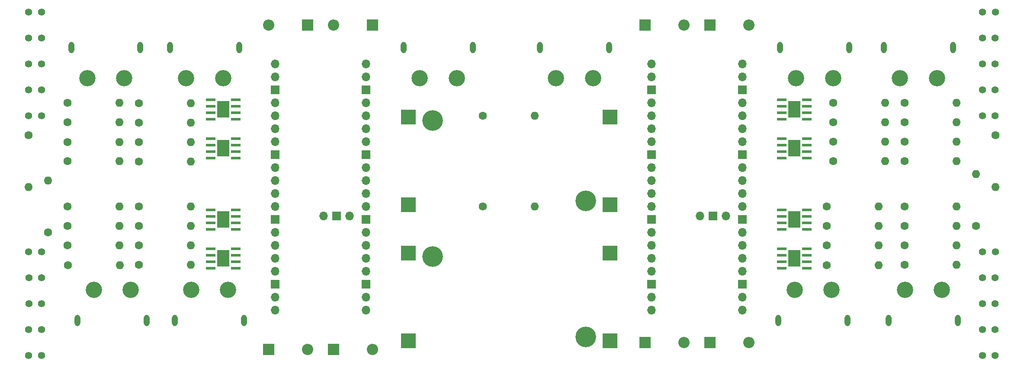
<source format=gbr>
%TF.GenerationSoftware,KiCad,Pcbnew,6.0.11+dfsg-1*%
%TF.CreationDate,2024-02-06T14:07:20+02:00*%
%TF.ProjectId,fake-platka,66616b65-2d70-46c6-9174-6b612e6b6963,rev?*%
%TF.SameCoordinates,Original*%
%TF.FileFunction,Soldermask,Top*%
%TF.FilePolarity,Negative*%
%FSLAX46Y46*%
G04 Gerber Fmt 4.6, Leading zero omitted, Abs format (unit mm)*
G04 Created by KiCad (PCBNEW 6.0.11+dfsg-1) date 2024-02-06 14:07:20*
%MOMM*%
%LPD*%
G01*
G04 APERTURE LIST*
%ADD10O,2.200000X2.200000*%
%ADD11R,2.200000X2.200000*%
%ADD12C,1.600000*%
%ADD13O,1.600000X1.600000*%
%ADD14C,1.397000*%
%ADD15O,1.117600X2.209800*%
%ADD16C,3.200400*%
%ADD17R,1.981200X0.533400*%
%ADD18R,2.387600X3.200400*%
%ADD19O,1.700000X1.700000*%
%ADD20R,1.700000X1.700000*%
%ADD21R,3.000000X3.000000*%
%ADD22C,4.048000*%
G04 APERTURE END LIST*
D10*
%TO.C,D2*%
X95250000Y-39370000D03*
D11*
X102870000Y-39370000D03*
%TD*%
%TO.C,D7*%
X168910000Y-101600000D03*
D10*
X176530000Y-101600000D03*
%TD*%
D11*
%TO.C,D8*%
X156210000Y-101600000D03*
D10*
X163830000Y-101600000D03*
%TD*%
D11*
%TO.C,D5*%
X168910000Y-39370000D03*
D10*
X176530000Y-39370000D03*
%TD*%
D11*
%TO.C,D6*%
X156210000Y-39370000D03*
D10*
X163830000Y-39370000D03*
%TD*%
%TO.C,D3*%
X90170000Y-102950000D03*
D11*
X82550000Y-102950000D03*
%TD*%
D10*
%TO.C,D4*%
X102870000Y-102950000D03*
D11*
X95250000Y-102950000D03*
%TD*%
%TO.C,D1*%
X90170000Y-39370000D03*
D10*
X82550000Y-39370000D03*
%TD*%
D12*
%TO.C,R27*%
X193040000Y-58380000D03*
D13*
X203200000Y-58380000D03*
%TD*%
D12*
%TO.C,R24*%
X207010000Y-58420000D03*
D13*
X217170000Y-58420000D03*
%TD*%
D12*
%TO.C,R23*%
X207010000Y-62230000D03*
D13*
X217170000Y-62230000D03*
%TD*%
D12*
%TO.C,R22*%
X207010000Y-66040000D03*
D13*
X217170000Y-66040000D03*
%TD*%
D12*
%TO.C,R21*%
X224790000Y-60960000D03*
D13*
X224790000Y-71120000D03*
%TD*%
%TO.C,R3*%
X35540000Y-71120000D03*
D12*
X35540000Y-60960000D03*
%TD*%
D13*
%TO.C,R5*%
X53340000Y-62270000D03*
D12*
X43180000Y-62270000D03*
%TD*%
D13*
%TO.C,R20*%
X53384900Y-86436001D03*
D12*
X43224900Y-86436001D03*
%TD*%
D13*
%TO.C,R19*%
X67310000Y-86360000D03*
D12*
X57150000Y-86360000D03*
%TD*%
D13*
%TO.C,R18*%
X67310000Y-78740000D03*
D12*
X57150000Y-78740000D03*
%TD*%
D13*
%TO.C,R17*%
X67310000Y-82550000D03*
D12*
X57150000Y-82550000D03*
%TD*%
D13*
%TO.C,R16*%
X67310000Y-74930000D03*
D12*
X57150000Y-74930000D03*
%TD*%
D13*
%TO.C,R15*%
X53340000Y-82550000D03*
D12*
X43180000Y-82550000D03*
%TD*%
D13*
%TO.C,R14*%
X53340000Y-78740000D03*
D12*
X43180000Y-78740000D03*
%TD*%
D13*
%TO.C,R13*%
X53340000Y-74930000D03*
D12*
X43180000Y-74930000D03*
%TD*%
D13*
%TO.C,R12*%
X39370000Y-69850000D03*
D12*
X39370000Y-80010000D03*
%TD*%
%TO.C,R25*%
X193040000Y-54610000D03*
D13*
X203200000Y-54610000D03*
%TD*%
%TO.C,R6*%
X53340000Y-58420000D03*
D12*
X43180000Y-58420000D03*
%TD*%
%TO.C,R1*%
X124460000Y-57150000D03*
D13*
X134620000Y-57150000D03*
%TD*%
D12*
%TO.C,R38*%
X207010000Y-86360000D03*
D13*
X217170000Y-86360000D03*
%TD*%
D12*
%TO.C,R37*%
X191770000Y-78740000D03*
D13*
X201930000Y-78740000D03*
%TD*%
D12*
%TO.C,R36*%
X191770000Y-86380000D03*
D13*
X201930000Y-86380000D03*
%TD*%
D12*
%TO.C,R35*%
X191770000Y-74910000D03*
D13*
X201930000Y-74910000D03*
%TD*%
D12*
%TO.C,R34*%
X191770000Y-82550000D03*
D13*
X201930000Y-82550000D03*
%TD*%
D12*
%TO.C,R33*%
X207010000Y-82550000D03*
D13*
X217170000Y-82550000D03*
%TD*%
D12*
%TO.C,R32*%
X207010000Y-78740000D03*
D13*
X217170000Y-78740000D03*
%TD*%
D12*
%TO.C,R31*%
X207010000Y-74930000D03*
D13*
X217170000Y-74930000D03*
%TD*%
D12*
%TO.C,R26*%
X193040000Y-62230000D03*
D13*
X203200000Y-62230000D03*
%TD*%
%TO.C,R7*%
X67310000Y-54650000D03*
D12*
X57150000Y-54650000D03*
%TD*%
%TO.C,R2*%
X124460000Y-74930000D03*
D13*
X134620000Y-74930000D03*
%TD*%
%TO.C,R8*%
X67310000Y-66080000D03*
D12*
X57150000Y-66080000D03*
%TD*%
D13*
%TO.C,R9*%
X67310000Y-58480000D03*
D12*
X57150000Y-58480000D03*
%TD*%
D13*
%TO.C,R10*%
X67310000Y-62270000D03*
D12*
X57150000Y-62270000D03*
%TD*%
D13*
%TO.C,R11*%
X53340000Y-54610000D03*
D12*
X43180000Y-54610000D03*
%TD*%
D13*
%TO.C,R4*%
X53340000Y-66040000D03*
D12*
X43180000Y-66040000D03*
%TD*%
D13*
%TO.C,R29*%
X217170000Y-54610000D03*
D12*
X207010000Y-54610000D03*
%TD*%
%TO.C,R28*%
X193040000Y-66040000D03*
D13*
X203200000Y-66040000D03*
%TD*%
D12*
%TO.C,R30*%
X220980000Y-78740000D03*
D13*
X220980000Y-68580000D03*
%TD*%
D14*
%TO.C,J11*%
X38100000Y-88900000D03*
X35600000Y-88900000D03*
%TD*%
%TO.C,J12*%
X38100000Y-93980000D03*
X35600000Y-93980000D03*
%TD*%
%TO.C,J10*%
X38060000Y-83810000D03*
X35560000Y-83810000D03*
%TD*%
%TO.C,J13*%
X38060000Y-99060000D03*
X35560000Y-99060000D03*
%TD*%
%TO.C,J9*%
X38060000Y-36830000D03*
X35560000Y-36830000D03*
%TD*%
%TO.C,J16*%
X38060000Y-104140000D03*
X35560000Y-104140000D03*
%TD*%
%TO.C,J20*%
X222210000Y-41910000D03*
X224710000Y-41910000D03*
%TD*%
%TO.C,J30*%
X222210000Y-104140000D03*
X224710000Y-104140000D03*
%TD*%
%TO.C,J6*%
X38060000Y-41910000D03*
X35560000Y-41910000D03*
%TD*%
%TO.C,J17*%
X222210000Y-57150000D03*
X224710000Y-57150000D03*
%TD*%
%TO.C,J18*%
X222210000Y-52070000D03*
X224710000Y-52070000D03*
%TD*%
%TO.C,J19*%
X222210000Y-46990000D03*
X224710000Y-46990000D03*
%TD*%
%TO.C,J5*%
X38060000Y-46990000D03*
X35560000Y-46990000D03*
%TD*%
%TO.C,J4*%
X38060000Y-52070000D03*
X35560000Y-52070000D03*
%TD*%
%TO.C,J23*%
X222250000Y-36830000D03*
X224750000Y-36830000D03*
%TD*%
%TO.C,J3*%
X38060000Y-57150000D03*
X35560000Y-57150000D03*
%TD*%
%TO.C,J24*%
X222250000Y-83820000D03*
X224750000Y-83820000D03*
%TD*%
%TO.C,J25*%
X222210000Y-88900000D03*
X224710000Y-88900000D03*
%TD*%
%TO.C,J26*%
X222210000Y-93980000D03*
X224710000Y-93980000D03*
%TD*%
%TO.C,J27*%
X222210000Y-99060000D03*
X224710000Y-99060000D03*
%TD*%
D15*
%TO.C,J7*%
X43905100Y-43747998D03*
X57405099Y-43747998D03*
D16*
X47055099Y-49747999D03*
X54255100Y-49747999D03*
%TD*%
D15*
%TO.C,J8*%
X63265100Y-43747998D03*
X76765099Y-43747998D03*
D16*
X66415099Y-49747999D03*
X73615100Y-49747999D03*
%TD*%
D15*
%TO.C,J1*%
X135655100Y-43747998D03*
X149155099Y-43747998D03*
D16*
X138805099Y-49747999D03*
X146005100Y-49747999D03*
%TD*%
%TO.C,J14*%
X48304900Y-91222001D03*
X55504901Y-91222001D03*
D15*
X45154901Y-97222002D03*
X58654900Y-97222002D03*
%TD*%
%TO.C,J15*%
X77704900Y-97222002D03*
X64204901Y-97222002D03*
D16*
X74554901Y-91222001D03*
X67354900Y-91222001D03*
%TD*%
%TO.C,J29*%
X185464900Y-91222001D03*
X192664901Y-91222001D03*
D15*
X182314901Y-97222002D03*
X195814900Y-97222002D03*
%TD*%
D16*
%TO.C,J28*%
X207054900Y-91222001D03*
X214254901Y-91222001D03*
D15*
X203904901Y-97222002D03*
X217404900Y-97222002D03*
%TD*%
D16*
%TO.C,J21*%
X213315100Y-49747999D03*
X206115099Y-49747999D03*
D15*
X216465099Y-43747998D03*
X202965100Y-43747998D03*
%TD*%
D16*
%TO.C,J22*%
X192995100Y-49747999D03*
X185795099Y-49747999D03*
D15*
X196145099Y-43747998D03*
X182645100Y-43747998D03*
%TD*%
%TO.C,J2*%
X108985100Y-43747998D03*
X122485099Y-43747998D03*
D16*
X112135099Y-49747999D03*
X119335100Y-49747999D03*
%TD*%
D17*
%TO.C,U12*%
X182956200Y-75565000D03*
X182956200Y-76835000D03*
X182956200Y-78105000D03*
X182956200Y-79375000D03*
X187883800Y-79375000D03*
X187883800Y-78105000D03*
X187883800Y-76835000D03*
X187883800Y-75565000D03*
D18*
X185420000Y-77470000D03*
%TD*%
D17*
%TO.C,U11*%
X182956200Y-83185000D03*
X182956200Y-84455000D03*
X182956200Y-85725000D03*
X182956200Y-86995000D03*
X187883800Y-86995000D03*
X187883800Y-85725000D03*
X187883800Y-84455000D03*
X187883800Y-83185000D03*
D18*
X185420000Y-85090000D03*
%TD*%
D17*
%TO.C,U9*%
X182956200Y-53975000D03*
X182956200Y-55245000D03*
X182956200Y-56515000D03*
X182956200Y-57785000D03*
X187883800Y-57785000D03*
X187883800Y-56515000D03*
X187883800Y-55245000D03*
X187883800Y-53975000D03*
D18*
X185420000Y-55880000D03*
%TD*%
%TO.C,U8*%
X73660000Y-85090000D03*
D17*
X76123800Y-83185000D03*
X76123800Y-84455000D03*
X76123800Y-85725000D03*
X76123800Y-86995000D03*
X71196200Y-86995000D03*
X71196200Y-85725000D03*
X71196200Y-84455000D03*
X71196200Y-83185000D03*
%TD*%
D18*
%TO.C,U7*%
X73660000Y-77470000D03*
D17*
X76123800Y-75565000D03*
X76123800Y-76835000D03*
X76123800Y-78105000D03*
X76123800Y-79375000D03*
X71196200Y-79375000D03*
X71196200Y-78105000D03*
X71196200Y-76835000D03*
X71196200Y-75565000D03*
%TD*%
D18*
%TO.C,U6*%
X73660000Y-63500000D03*
D17*
X76123800Y-61595000D03*
X76123800Y-62865000D03*
X76123800Y-64135000D03*
X76123800Y-65405000D03*
X71196200Y-65405000D03*
X71196200Y-64135000D03*
X71196200Y-62865000D03*
X71196200Y-61595000D03*
%TD*%
D18*
%TO.C,U5*%
X73660000Y-55880000D03*
D17*
X76123800Y-53975000D03*
X76123800Y-55245000D03*
X76123800Y-56515000D03*
X76123800Y-57785000D03*
X71196200Y-57785000D03*
X71196200Y-56515000D03*
X71196200Y-55245000D03*
X71196200Y-53975000D03*
%TD*%
%TO.C,U10*%
X182956200Y-61595000D03*
X182956200Y-62865000D03*
X182956200Y-64135000D03*
X182956200Y-65405000D03*
X187883800Y-65405000D03*
X187883800Y-64135000D03*
X187883800Y-62865000D03*
X187883800Y-61595000D03*
D18*
X185420000Y-63500000D03*
%TD*%
D19*
%TO.C,U4*%
X172034100Y-76720000D03*
D20*
X169494100Y-76720000D03*
D19*
X166954100Y-76720000D03*
X175260000Y-46990000D03*
X175260000Y-49530000D03*
D20*
X175260000Y-52070000D03*
D19*
X175260000Y-54610000D03*
X175260000Y-57150000D03*
X175260000Y-59690000D03*
X175260000Y-62230000D03*
D20*
X175260000Y-64770000D03*
D19*
X175260000Y-67310000D03*
X175260000Y-69850000D03*
X175260000Y-72390000D03*
X175260000Y-74930000D03*
D20*
X175260000Y-77470000D03*
D19*
X175260000Y-80010000D03*
X175260000Y-82550000D03*
X175260000Y-85090000D03*
X175260000Y-87630000D03*
D20*
X175260000Y-90170000D03*
D19*
X175260000Y-92710000D03*
X175260000Y-95250000D03*
X157480000Y-95250000D03*
X157480000Y-92710000D03*
D20*
X157480000Y-90170000D03*
D19*
X157480000Y-87630000D03*
X157480000Y-85090000D03*
X157480000Y-82550000D03*
X157480000Y-80010000D03*
D20*
X157480000Y-77470000D03*
D19*
X157480000Y-74930000D03*
X157480000Y-72390000D03*
X157480000Y-69850000D03*
X157480000Y-67310000D03*
D20*
X157480000Y-64770000D03*
D19*
X157480000Y-62230000D03*
X157480000Y-59690000D03*
X157480000Y-57150000D03*
X157480000Y-54610000D03*
D20*
X157480000Y-52070000D03*
D19*
X157480000Y-49530000D03*
X157480000Y-46990000D03*
%TD*%
%TO.C,U3*%
X98374100Y-76720000D03*
D20*
X95834100Y-76720000D03*
D19*
X93294100Y-76720000D03*
X101600000Y-46990000D03*
X101600000Y-49530000D03*
D20*
X101600000Y-52070000D03*
D19*
X101600000Y-54610000D03*
X101600000Y-57150000D03*
X101600000Y-59690000D03*
X101600000Y-62230000D03*
D20*
X101600000Y-64770000D03*
D19*
X101600000Y-67310000D03*
X101600000Y-69850000D03*
X101600000Y-72390000D03*
X101600000Y-74930000D03*
D20*
X101600000Y-77470000D03*
D19*
X101600000Y-80010000D03*
X101600000Y-82550000D03*
X101600000Y-85090000D03*
X101600000Y-87630000D03*
D20*
X101600000Y-90170000D03*
D19*
X101600000Y-92710000D03*
X101600000Y-95250000D03*
X83820000Y-95250000D03*
X83820000Y-92710000D03*
D20*
X83820000Y-90170000D03*
D19*
X83820000Y-87630000D03*
X83820000Y-85090000D03*
X83820000Y-82550000D03*
X83820000Y-80010000D03*
D20*
X83820000Y-77470000D03*
D19*
X83820000Y-74930000D03*
X83820000Y-72390000D03*
X83820000Y-69850000D03*
X83820000Y-67310000D03*
D20*
X83820000Y-64770000D03*
D19*
X83820000Y-62230000D03*
X83820000Y-59690000D03*
X83820000Y-57150000D03*
X83820000Y-54610000D03*
D20*
X83820000Y-52070000D03*
D19*
X83820000Y-49530000D03*
X83820000Y-46990000D03*
%TD*%
D21*
%TO.C,U2*%
X149383500Y-101187500D03*
X149383500Y-84042500D03*
X109886500Y-101187500D03*
X109886500Y-84042500D03*
D22*
X144621000Y-100489000D03*
X114649000Y-84741000D03*
%TD*%
%TO.C,U1*%
X114649000Y-58071000D03*
X144621000Y-73819000D03*
D21*
X109886500Y-57372500D03*
X109886500Y-74517500D03*
X149383500Y-57372500D03*
X149383500Y-74517500D03*
%TD*%
M02*

</source>
